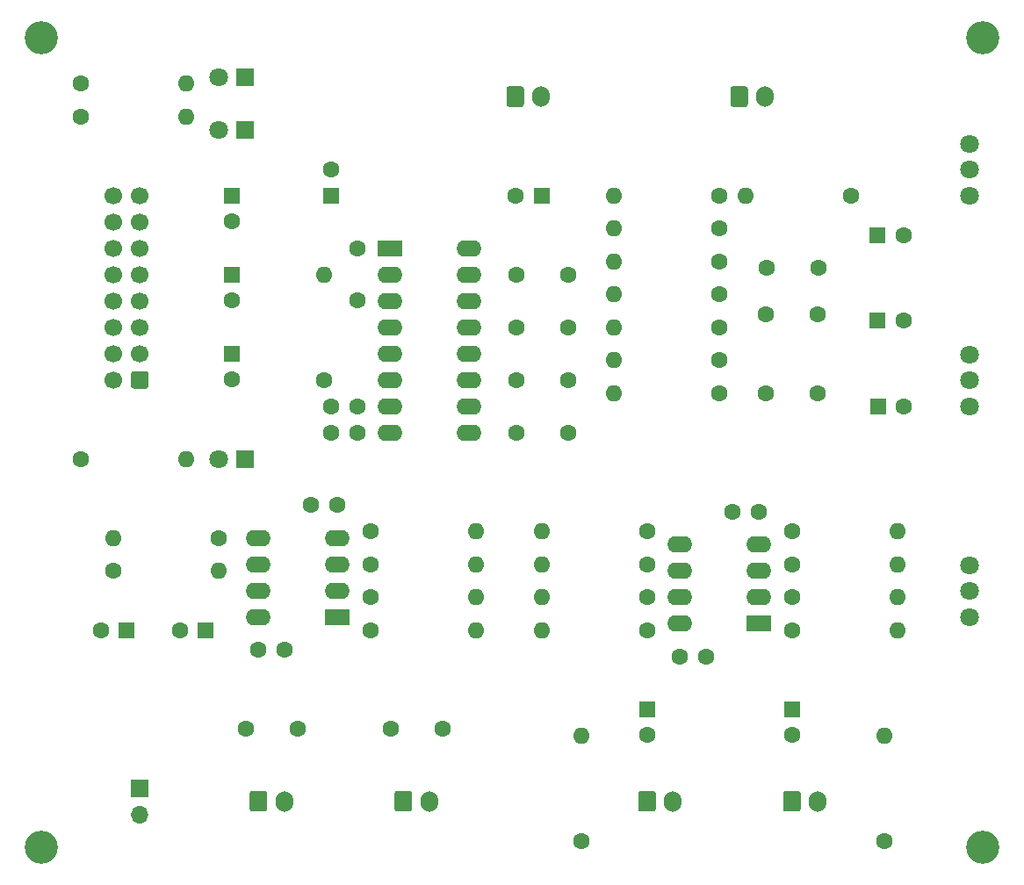
<source format=gts>
G04 #@! TF.GenerationSoftware,KiCad,Pcbnew,(5.1.10)-1*
G04 #@! TF.CreationDate,2021-07-20T07:44:14+09:00*
G04 #@! TF.ProjectId,PT2399_Echo,50543233-3939-45f4-9563-686f2e6b6963,Ver. 1.0*
G04 #@! TF.SameCoordinates,Original*
G04 #@! TF.FileFunction,Soldermask,Top*
G04 #@! TF.FilePolarity,Negative*
%FSLAX46Y46*%
G04 Gerber Fmt 4.6, Leading zero omitted, Abs format (unit mm)*
G04 Created by KiCad (PCBNEW (5.1.10)-1) date 2021-07-20 07:44:14*
%MOMM*%
%LPD*%
G01*
G04 APERTURE LIST*
%ADD10C,1.600000*%
%ADD11R,1.600000X1.600000*%
%ADD12O,1.600000X1.600000*%
%ADD13C,3.200000*%
%ADD14O,2.400000X1.600000*%
%ADD15R,2.400000X1.600000*%
%ADD16C,1.800000*%
%ADD17O,1.700000X2.000000*%
%ADD18O,1.700000X1.700000*%
%ADD19R,1.700000X1.700000*%
%ADD20C,1.700000*%
%ADD21R,1.800000X1.800000*%
G04 APERTURE END LIST*
D10*
G04 #@! TO.C,C8*
X141645000Y-71120000D03*
D11*
X144145000Y-71120000D03*
G04 #@! TD*
D12*
G04 #@! TO.C,R4*
X178435000Y-103505000D03*
D10*
X168275000Y-103505000D03*
G04 #@! TD*
G04 #@! TO.C,C23*
X141685000Y-93980000D03*
X146685000Y-93980000D03*
G04 #@! TD*
G04 #@! TO.C,C20*
X141685000Y-88900000D03*
X146685000Y-88900000D03*
G04 #@! TD*
G04 #@! TO.C,C11*
X141685000Y-78740000D03*
X146685000Y-78740000D03*
G04 #@! TD*
D13*
G04 #@! TO.C,H4*
X186690000Y-133985000D03*
G04 #@! TD*
G04 #@! TO.C,H3*
X186690000Y-55880000D03*
G04 #@! TD*
G04 #@! TO.C,H2*
X95885000Y-133985000D03*
G04 #@! TD*
G04 #@! TO.C,H1*
X95885000Y-55880000D03*
G04 #@! TD*
D10*
G04 #@! TO.C,C24*
X123865000Y-93980000D03*
X126365000Y-93980000D03*
G04 #@! TD*
G04 #@! TO.C,C22*
X123865000Y-91440000D03*
X126365000Y-91440000D03*
G04 #@! TD*
G04 #@! TO.C,C9*
X126365000Y-81200000D03*
X126365000Y-76200000D03*
G04 #@! TD*
G04 #@! TO.C,C17*
X101640000Y-113030000D03*
D11*
X104140000Y-113030000D03*
G04 #@! TD*
D10*
G04 #@! TO.C,C16*
X109260000Y-113030000D03*
D11*
X111760000Y-113030000D03*
G04 #@! TD*
D10*
G04 #@! TO.C,C15*
X179030000Y-83185000D03*
D11*
X176530000Y-83185000D03*
G04 #@! TD*
D10*
G04 #@! TO.C,C14*
X179070000Y-91440000D03*
D11*
X176570000Y-91440000D03*
G04 #@! TD*
D10*
G04 #@! TO.C,C12*
X114300000Y-73620000D03*
D11*
X114300000Y-71120000D03*
G04 #@! TD*
D10*
G04 #@! TO.C,C10*
X179030000Y-74930000D03*
D11*
X176530000Y-74930000D03*
G04 #@! TD*
D10*
G04 #@! TO.C,C7*
X114300000Y-88860000D03*
D11*
X114300000Y-86360000D03*
G04 #@! TD*
D10*
G04 #@! TO.C,C6*
X114300000Y-81240000D03*
D11*
X114300000Y-78740000D03*
G04 #@! TD*
D10*
G04 #@! TO.C,C3*
X154305000Y-123150000D03*
D11*
X154305000Y-120650000D03*
G04 #@! TD*
D10*
G04 #@! TO.C,C1*
X168275000Y-123150000D03*
D11*
X168275000Y-120650000D03*
G04 #@! TD*
D10*
G04 #@! TO.C,C21*
X170735000Y-90170000D03*
X165735000Y-90170000D03*
G04 #@! TD*
G04 #@! TO.C,C4*
X129620000Y-122555000D03*
X134620000Y-122555000D03*
G04 #@! TD*
G04 #@! TO.C,C2*
X115650000Y-122555000D03*
X120650000Y-122555000D03*
G04 #@! TD*
G04 #@! TO.C,C28*
X124420000Y-100965000D03*
X121920000Y-100965000D03*
G04 #@! TD*
G04 #@! TO.C,C27*
X165060000Y-101600000D03*
X162560000Y-101600000D03*
G04 #@! TD*
G04 #@! TO.C,C26*
X119340000Y-114935000D03*
X116840000Y-114935000D03*
G04 #@! TD*
G04 #@! TO.C,C25*
X159980000Y-115570000D03*
X157480000Y-115570000D03*
G04 #@! TD*
G04 #@! TO.C,C19*
X170735000Y-82550000D03*
X165735000Y-82550000D03*
G04 #@! TD*
G04 #@! TO.C,C18*
X141685000Y-83820000D03*
X146685000Y-83820000D03*
G04 #@! TD*
D14*
G04 #@! TO.C,U3*
X137160000Y-76200000D03*
X129540000Y-93980000D03*
X137160000Y-78740000D03*
X129540000Y-91440000D03*
X137160000Y-81280000D03*
X129540000Y-88900000D03*
X137160000Y-83820000D03*
X129540000Y-86360000D03*
X137160000Y-86360000D03*
X129540000Y-83820000D03*
X137160000Y-88900000D03*
X129540000Y-81280000D03*
X137160000Y-91440000D03*
X129540000Y-78740000D03*
X137160000Y-93980000D03*
D15*
X129540000Y-76200000D03*
G04 #@! TD*
D14*
G04 #@! TO.C,U2*
X116840000Y-111760000D03*
X124460000Y-104140000D03*
X116840000Y-109220000D03*
X124460000Y-106680000D03*
X116840000Y-106680000D03*
X124460000Y-109220000D03*
X116840000Y-104140000D03*
D15*
X124460000Y-111760000D03*
G04 #@! TD*
D14*
G04 #@! TO.C,U1*
X157480000Y-112395000D03*
X165100000Y-104775000D03*
X157480000Y-109855000D03*
X165100000Y-107315000D03*
X157480000Y-107315000D03*
X165100000Y-109855000D03*
X157480000Y-104775000D03*
D15*
X165100000Y-112395000D03*
G04 #@! TD*
D16*
G04 #@! TO.C,RV3*
X185420000Y-71120000D03*
X185420000Y-68620000D03*
X185420000Y-66120000D03*
G04 #@! TD*
G04 #@! TO.C,RV2*
X185420000Y-91440000D03*
X185420000Y-88940000D03*
X185420000Y-86440000D03*
G04 #@! TD*
G04 #@! TO.C,RV1*
X185420000Y-111760000D03*
X185420000Y-109260000D03*
X185420000Y-106760000D03*
G04 #@! TD*
D12*
G04 #@! TO.C,R28*
X109855000Y-96520000D03*
D10*
X99695000Y-96520000D03*
G04 #@! TD*
D12*
G04 #@! TO.C,R27*
X109855000Y-63500000D03*
D10*
X99695000Y-63500000D03*
G04 #@! TD*
D12*
G04 #@! TO.C,R26*
X109855000Y-60325000D03*
D10*
X99695000Y-60325000D03*
G04 #@! TD*
D12*
G04 #@! TO.C,R25*
X123190000Y-78740000D03*
D10*
X123190000Y-88900000D03*
G04 #@! TD*
D12*
G04 #@! TO.C,R24*
X151130000Y-90170000D03*
D10*
X161290000Y-90170000D03*
G04 #@! TD*
D12*
G04 #@! TO.C,R23*
X151130000Y-86995000D03*
D10*
X161290000Y-86995000D03*
G04 #@! TD*
D12*
G04 #@! TO.C,R22*
X151130000Y-83820000D03*
D10*
X161290000Y-83820000D03*
G04 #@! TD*
D12*
G04 #@! TO.C,R21*
X151130000Y-80645000D03*
D10*
X161290000Y-80645000D03*
G04 #@! TD*
D12*
G04 #@! TO.C,R20*
X113030000Y-107315000D03*
D10*
X102870000Y-107315000D03*
G04 #@! TD*
D12*
G04 #@! TO.C,R19*
X151130000Y-77470000D03*
D10*
X161290000Y-77470000D03*
G04 #@! TD*
D12*
G04 #@! TO.C,R18*
X102870000Y-104140000D03*
D10*
X113030000Y-104140000D03*
G04 #@! TD*
D12*
G04 #@! TO.C,R17*
X163830000Y-71120000D03*
D10*
X173990000Y-71120000D03*
G04 #@! TD*
D12*
G04 #@! TO.C,R16*
X151130000Y-74295000D03*
D10*
X161290000Y-74295000D03*
G04 #@! TD*
D12*
G04 #@! TO.C,R15*
X151130000Y-71120000D03*
D10*
X161290000Y-71120000D03*
G04 #@! TD*
D12*
G04 #@! TO.C,R14*
X137795000Y-103505000D03*
D10*
X127635000Y-103505000D03*
G04 #@! TD*
D12*
G04 #@! TO.C,R13*
X144145000Y-106680000D03*
D10*
X154305000Y-106680000D03*
G04 #@! TD*
D12*
G04 #@! TO.C,R12*
X144145000Y-103505000D03*
D10*
X154305000Y-103505000D03*
G04 #@! TD*
D12*
G04 #@! TO.C,R11*
X147955000Y-123190000D03*
D10*
X147955000Y-133350000D03*
G04 #@! TD*
D12*
G04 #@! TO.C,R10*
X137795000Y-106680000D03*
D10*
X127635000Y-106680000D03*
G04 #@! TD*
D12*
G04 #@! TO.C,R9*
X144145000Y-109855000D03*
D10*
X154305000Y-109855000D03*
G04 #@! TD*
D12*
G04 #@! TO.C,R8*
X137795000Y-113030000D03*
D10*
X127635000Y-113030000D03*
G04 #@! TD*
D12*
G04 #@! TO.C,R7*
X137795000Y-109855000D03*
D10*
X127635000Y-109855000D03*
G04 #@! TD*
D12*
G04 #@! TO.C,R6*
X144145000Y-113030000D03*
D10*
X154305000Y-113030000D03*
G04 #@! TD*
D12*
G04 #@! TO.C,R5*
X177165000Y-123190000D03*
D10*
X177165000Y-133350000D03*
G04 #@! TD*
D12*
G04 #@! TO.C,R3*
X178435000Y-106680000D03*
D10*
X168275000Y-106680000D03*
G04 #@! TD*
D12*
G04 #@! TO.C,R2*
X178435000Y-113030000D03*
D10*
X168275000Y-113030000D03*
G04 #@! TD*
D12*
G04 #@! TO.C,R1*
X178435000Y-109855000D03*
D10*
X168275000Y-109855000D03*
G04 #@! TD*
D17*
G04 #@! TO.C,J8*
X165695000Y-61595000D03*
G36*
G01*
X162345000Y-62345000D02*
X162345000Y-60845000D01*
G75*
G02*
X162595000Y-60595000I250000J0D01*
G01*
X163795000Y-60595000D01*
G75*
G02*
X164045000Y-60845000I0J-250000D01*
G01*
X164045000Y-62345000D01*
G75*
G02*
X163795000Y-62595000I-250000J0D01*
G01*
X162595000Y-62595000D01*
G75*
G02*
X162345000Y-62345000I0J250000D01*
G01*
G37*
G04 #@! TD*
G04 #@! TO.C,J7*
X144105000Y-61595000D03*
G36*
G01*
X140755000Y-62345000D02*
X140755000Y-60845000D01*
G75*
G02*
X141005000Y-60595000I250000J0D01*
G01*
X142205000Y-60595000D01*
G75*
G02*
X142455000Y-60845000I0J-250000D01*
G01*
X142455000Y-62345000D01*
G75*
G02*
X142205000Y-62595000I-250000J0D01*
G01*
X141005000Y-62595000D01*
G75*
G02*
X140755000Y-62345000I0J250000D01*
G01*
G37*
G04 #@! TD*
D18*
G04 #@! TO.C,J6*
X105410000Y-130810000D03*
D19*
X105410000Y-128270000D03*
G04 #@! TD*
D17*
G04 #@! TO.C,J5*
X133310000Y-129540000D03*
G36*
G01*
X129960000Y-130290000D02*
X129960000Y-128790000D01*
G75*
G02*
X130210000Y-128540000I250000J0D01*
G01*
X131410000Y-128540000D01*
G75*
G02*
X131660000Y-128790000I0J-250000D01*
G01*
X131660000Y-130290000D01*
G75*
G02*
X131410000Y-130540000I-250000J0D01*
G01*
X130210000Y-130540000D01*
G75*
G02*
X129960000Y-130290000I0J250000D01*
G01*
G37*
G04 #@! TD*
G04 #@! TO.C,J4*
X156805000Y-129540000D03*
G36*
G01*
X153455000Y-130290000D02*
X153455000Y-128790000D01*
G75*
G02*
X153705000Y-128540000I250000J0D01*
G01*
X154905000Y-128540000D01*
G75*
G02*
X155155000Y-128790000I0J-250000D01*
G01*
X155155000Y-130290000D01*
G75*
G02*
X154905000Y-130540000I-250000J0D01*
G01*
X153705000Y-130540000D01*
G75*
G02*
X153455000Y-130290000I0J250000D01*
G01*
G37*
G04 #@! TD*
G04 #@! TO.C,J3*
X119340000Y-129540000D03*
G36*
G01*
X115990000Y-130290000D02*
X115990000Y-128790000D01*
G75*
G02*
X116240000Y-128540000I250000J0D01*
G01*
X117440000Y-128540000D01*
G75*
G02*
X117690000Y-128790000I0J-250000D01*
G01*
X117690000Y-130290000D01*
G75*
G02*
X117440000Y-130540000I-250000J0D01*
G01*
X116240000Y-130540000D01*
G75*
G02*
X115990000Y-130290000I0J250000D01*
G01*
G37*
G04 #@! TD*
D20*
G04 #@! TO.C,J2*
X102870000Y-71120000D03*
X102870000Y-73660000D03*
X102870000Y-76200000D03*
X102870000Y-78740000D03*
X102870000Y-81280000D03*
X102870000Y-83820000D03*
X102870000Y-86360000D03*
X102870000Y-88900000D03*
X105410000Y-71120000D03*
X105410000Y-73660000D03*
X105410000Y-76200000D03*
X105410000Y-78740000D03*
X105410000Y-81280000D03*
X105410000Y-83820000D03*
X105410000Y-86360000D03*
G36*
G01*
X106260000Y-88300000D02*
X106260000Y-89500000D01*
G75*
G02*
X106010000Y-89750000I-250000J0D01*
G01*
X104810000Y-89750000D01*
G75*
G02*
X104560000Y-89500000I0J250000D01*
G01*
X104560000Y-88300000D01*
G75*
G02*
X104810000Y-88050000I250000J0D01*
G01*
X106010000Y-88050000D01*
G75*
G02*
X106260000Y-88300000I0J-250000D01*
G01*
G37*
G04 #@! TD*
D17*
G04 #@! TO.C,J1*
X170775000Y-129540000D03*
G36*
G01*
X167425000Y-130290000D02*
X167425000Y-128790000D01*
G75*
G02*
X167675000Y-128540000I250000J0D01*
G01*
X168875000Y-128540000D01*
G75*
G02*
X169125000Y-128790000I0J-250000D01*
G01*
X169125000Y-130290000D01*
G75*
G02*
X168875000Y-130540000I-250000J0D01*
G01*
X167675000Y-130540000D01*
G75*
G02*
X167425000Y-130290000I0J250000D01*
G01*
G37*
G04 #@! TD*
D16*
G04 #@! TO.C,D3*
X113030000Y-96520000D03*
D21*
X115570000Y-96520000D03*
G04 #@! TD*
D16*
G04 #@! TO.C,D2*
X113030000Y-64770000D03*
D21*
X115570000Y-64770000D03*
G04 #@! TD*
D16*
G04 #@! TO.C,D1*
X113030000Y-59690000D03*
D21*
X115570000Y-59690000D03*
G04 #@! TD*
D10*
G04 #@! TO.C,C13*
X165815000Y-78105000D03*
X170815000Y-78105000D03*
G04 #@! TD*
G04 #@! TO.C,C5*
X123825000Y-68620000D03*
D11*
X123825000Y-71120000D03*
G04 #@! TD*
M02*

</source>
